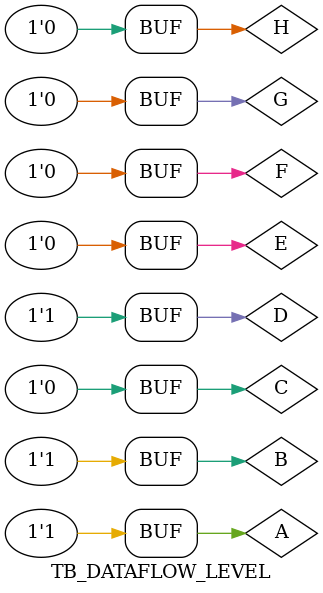
<source format=v>
`timescale 1ns / 1ps


module TB_DATAFLOW_LEVEL;

	// Inputs
	reg A;
	reg B;
	reg C;
	reg D;
	reg E;
	reg F;
	reg G;
	reg H;

	// Outputs
	wire X;

	// Instantiate the Unit Under Test (UUT)
	code_structural_level uut (
		.X(X), 
		.A(A), 
		.B(B), 
		.C(C), 
		.D(D), 
		.E(E), 
		.F(F), 
		.G(G), 
		.H(H)
	);

	initial begin
		A=1;B=1;C=1;D=1;E=0;F=0;G=0;H=0;
		#100;
		A=1;B=0;C=1;D=0;E=0;F=0;G=0;H=0;
		#100;
		A=1;B=0;C=1;D=1;E=0;F=0;G=0;H=0;
		#100;
		A=1;B=1;C=0;D=1;E=0;F=0;G=0;H=0;
		#100;
		// Add stimulus here

	end
      
endmodule


</source>
